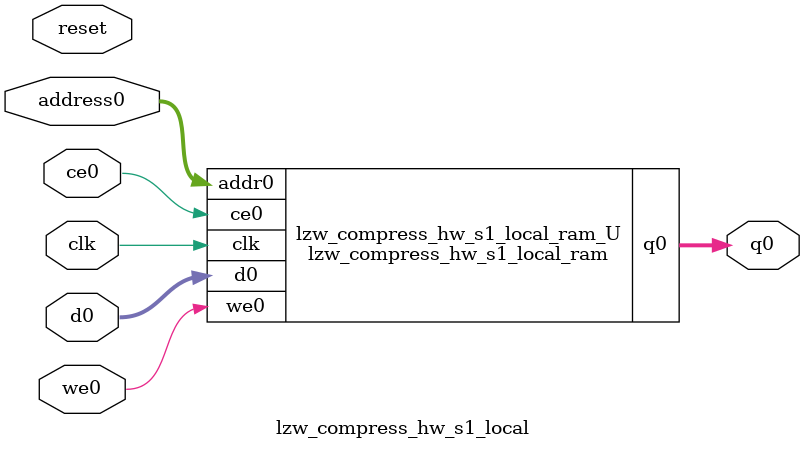
<source format=v>
`timescale 1 ns / 1 ps
module lzw_compress_hw_s1_local_ram (addr0, ce0, d0, we0, q0,  clk);

parameter DWIDTH = 8;
parameter AWIDTH = 11;
parameter MEM_SIZE = 2048;

input[AWIDTH-1:0] addr0;
input ce0;
input[DWIDTH-1:0] d0;
input we0;
output reg[DWIDTH-1:0] q0;
input clk;

reg [DWIDTH-1:0] ram[0:MEM_SIZE-1];




always @(posedge clk)  
begin 
    if (ce0) begin
        if (we0) 
            ram[addr0] <= d0; 
        q0 <= ram[addr0];
    end
end


endmodule

`timescale 1 ns / 1 ps
module lzw_compress_hw_s1_local(
    reset,
    clk,
    address0,
    ce0,
    we0,
    d0,
    q0);

parameter DataWidth = 32'd8;
parameter AddressRange = 32'd2048;
parameter AddressWidth = 32'd11;
input reset;
input clk;
input[AddressWidth - 1:0] address0;
input ce0;
input we0;
input[DataWidth - 1:0] d0;
output[DataWidth - 1:0] q0;



lzw_compress_hw_s1_local_ram lzw_compress_hw_s1_local_ram_U(
    .clk( clk ),
    .addr0( address0 ),
    .ce0( ce0 ),
    .we0( we0 ),
    .d0( d0 ),
    .q0( q0 ));

endmodule


</source>
